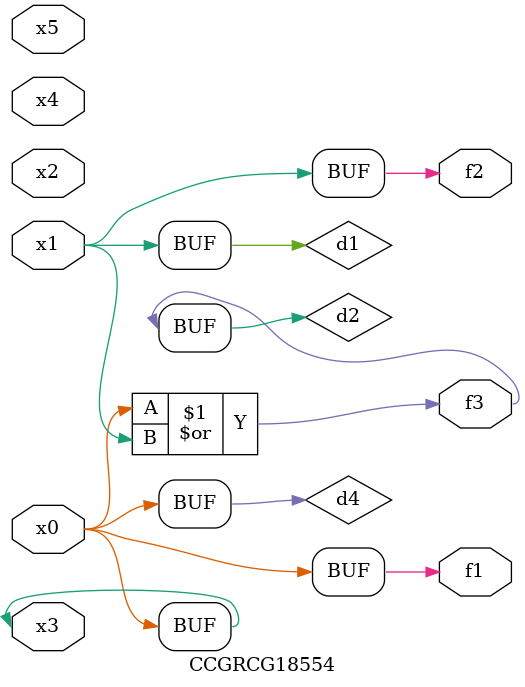
<source format=v>
module CCGRCG18554(
	input x0, x1, x2, x3, x4, x5,
	output f1, f2, f3
);

	wire d1, d2, d3, d4;

	and (d1, x1);
	or (d2, x0, x1);
	nand (d3, x0, x5);
	buf (d4, x0, x3);
	assign f1 = d4;
	assign f2 = d1;
	assign f3 = d2;
endmodule

</source>
